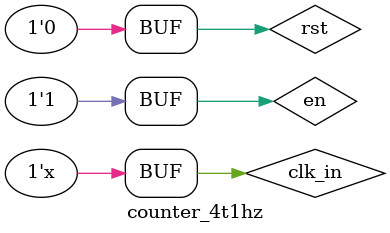
<source format=v>
module counter_4t1hz();
reg clk_in, rst, en;
wire[3:0]cnt_val;
wire ovf;
cnt4hz1 c1(clk_in, en, rst, cnt_val, ovf);
initial
begin
en=1'b0;
clk_in=1'b0;
rst=1'b1;
#100;
rst=1'b0;
en=1'b1;
end
always #10 clk_in=~clk_in ;
endmodule
</source>
